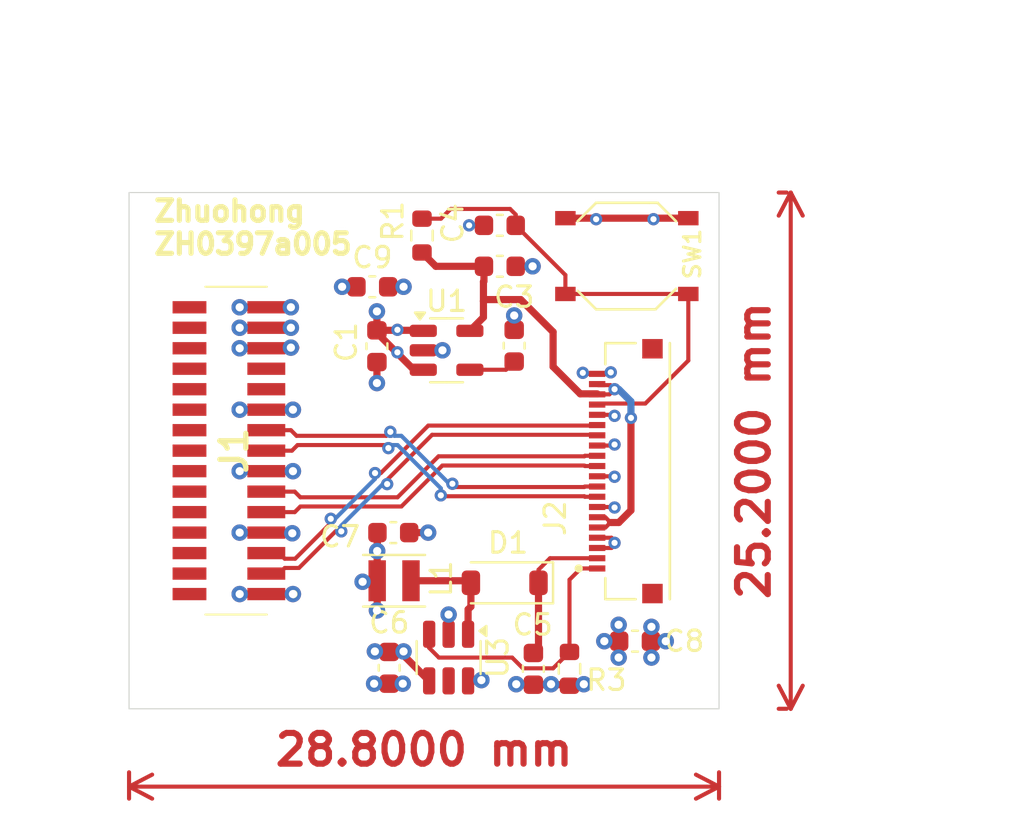
<source format=kicad_pcb>
(kicad_pcb (version 20240108) (generator "pcbnew") (generator_version "8.0")
  (layers (0 "F.Cu" signal) (1 "In1.Cu" signal) (2 "In2.Cu" signal) (31 "B.Cu" signal) (34 "B.Paste" user) (35 "F.Paste" user) (36 "B.SilkS" user "B.Silkscreen") (37 "F.SilkS" user "F.Silkscreen") (38 "B.Mask" user) (39 "F.Mask" user) (44 "Edge.Cuts" user))
  (net 0 "")
  (net 1 "GND")
  (net 2 "+3V3")
  (net 3 "Net-(U1-BP)")
  (net 19 "+2V8")
  (net 20 "D1_P")
  (net 21 "CLK_C_N")
  (net 22 "D1_N")
  (net 23 "CLK_C_P")
  (net 24 "D0_P")
  (net 25 "D0_N")
  (net 26 "RST")
  (net 27 "Net-(D1-A)")
  (net 30 "LEDA")
  (net 31 "LEDK")
  (footprint "Inductor_SMD:L_Changjiang_FNR252010S" (layer "F.Cu") (at 79.2375 68.35)
    (property "Reference" "L1" (at 2.3 -0.1 90) (layer "F.SilkS"))
    (property "Value" "22uH")
    (fp_line (start -1.51 -1.26) (end 1.51 -1.26) (stroke (width 0.12)) (layer "F.SilkS"))
    (fp_line (start -1.51 1.26) (end 1.51 1.26) (stroke (width 0.12)) (layer "F.SilkS"))
    (pad "1" smd rect (at -0.825 0) (size 0.85 2) (layers "F.Cu" "F.Paste" "F.Mask") (net 2 "+3V3"))
    (pad "2" smd rect (at 0.825 0) (size 0.85 2) (layers "F.Cu" "F.Paste" "F.Mask") (net 27 "Net-(D1-A)"))
  )
  (footprint "Resistor_SMD:R_0603_1608Metric" (layer "F.Cu") (at 80.6 51.5 90)
    (property "Reference" "R1" (at 0.7 -1.43 -90) (layer "F.SilkS"))
    (property "Value" "10k" (hide yes))
    (fp_line (start -0.237258 -0.5225) (end 0.237258 -0.5225) (stroke (width 0.12)) (layer "F.SilkS"))
    (fp_line (start -0.237258 0.5225) (end 0.237258 0.5225) (stroke (width 0.12)) (layer "F.SilkS"))
    (pad "1" smd roundrect (at -0.825 0 90) (size 0.8 0.95) (layers "F.Cu" "F.Paste" "F.Mask") (net 19 "+2V8"))
    (pad "2" smd roundrect (at 0.825 0 90) (size 0.8 0.95) (layers "F.Cu" "F.Paste" "F.Mask") (net 26 "RST"))
  )
  (footprint "Capacitor_SMD:C_0603_1608Metric" (layer "F.Cu") (at 85.1 56.875 90)
    (property "Reference" "C3" (at 2.375 0 0) (layer "F.SilkS"))
    (property "Value" "1uF")
    (fp_line (start -0.140581 -0.51) (end 0.140581 -0.51) (stroke (width 0.12)) (layer "F.SilkS"))
    (fp_line (start -0.140581 0.51) (end 0.140581 0.51) (stroke (width 0.12)) (layer "F.SilkS"))
    (pad "1" smd roundrect (at -0.775 0 90) (size 0.9 0.95) (layers "F.Cu" "F.Paste" "F.Mask") (net 3 "Net-(U1-BP)"))
    (pad "2" smd roundrect (at 0.775 0 90) (size 0.9 0.95) (layers "F.Cu" "F.Paste" "F.Mask") (net 1 "GND"))
  )
  (footprint "Capacitor_SMD:C_0603_1608Metric" (layer "F.Cu") (at 79.2 66)
    (property "Reference" "C7" (at -2.6 0.2 0) (layer "F.SilkS"))
    (property "Value" "10nF")
    (fp_line (start -0.14058 -0.51) (end 0.14058 -0.51) (stroke (width 0.12)) (layer "F.SilkS"))
    (fp_line (start -0.14058 0.51) (end 0.14058 0.51) (stroke (width 0.12)) (layer "F.SilkS"))
    (pad "1" smd roundrect (at -0.775 0) (size 0.9 0.95) (layers "F.Cu" "F.Paste" "F.Mask") (net 2 "+3V3"))
    (pad "2" smd roundrect (at 0.775 0) (size 0.9 0.95) (layers "F.Cu" "F.Paste" "F.Mask") (net 1 "GND"))
  )
  (footprint "Capacitor_SMD:C_0603_1608Metric" (layer "F.Cu") (at 78.175 54)
    (property "Reference" "C9" (at 0 -1.43 0) (layer "F.SilkS"))
    (property "Value" "10nF")
    (fp_line (start -0.14058 -0.51) (end 0.14058 -0.51) (stroke (width 0.12)) (layer "F.SilkS"))
    (fp_line (start -0.14058 0.51) (end 0.14058 0.51) (stroke (width 0.12)) (layer "F.SilkS"))
    (pad "1" smd roundrect (at -0.775 0) (size 0.9 0.95) (layers "F.Cu" "F.Paste" "F.Mask") (net 2 "+3V3"))
    (pad "2" smd roundrect (at 0.775 0) (size 0.9 0.95) (layers "F.Cu" "F.Paste" "F.Mask") (net 1 "GND"))
  )
  (footprint "custom:SW4-SMD-5.2X5.2X1.5MM" (layer "F.Cu") (at 90.6 52.5 180)
    (property "Reference" "SW1" (at -3.2 0.1 -90) (layer "F.SilkS") (effects (font (size 0.8 0.8) (thickness 0.15) (bold yes))))
    (property "Value" "SMD-BUTTON_4P-5.2X5.2X1.5MM-SKQGADE010_" (hide yes))
    (fp_line (start 1.5 2.6) (end 2.4 1.7) (stroke (width 0.127)) (layer "F.SilkS"))
    (fp_line (start 1.5 2.6) (end -1.1 2.6) (stroke (width 0.127)) (layer "F.SilkS"))
    (fp_line (start 1.5 -2.6) (end 2.4 -1.7) (stroke (width 0.127)) (layer "F.SilkS"))
    (fp_line (start -1.1 2.6) (end -1.45982 2.6) (stroke (width 0.127)) (layer "F.SilkS"))
    (fp_line (start -1.4 -2.6) (end 1.5 -2.6) (stroke (width 0.127)) (layer "F.SilkS"))
    (fp_line (start -1.4 -2.6) (end -2.4 -1.6) (stroke (width 0.127)) (layer "F.SilkS"))
    (fp_line (start -1.45982 2.6) (end -1.5 2.6) (stroke (width 0.127)) (layer "F.SilkS"))
    (fp_line (start -1.5 2.6) (end -2.4 1.7) (stroke (width 0.127)) (layer "F.SilkS"))
    (pad "1" smd rect (at -3 -1.85 180) (size 1 0.7) (layers "F.Cu" "F.Paste" "F.Mask") (net 26 "RST"))
    (pad "2" smd rect (at 3 -1.85 180) (size 1 0.7) (layers "F.Cu" "F.Paste" "F.Mask") (net 26 "RST"))
    (pad "3" smd rect (at -3 1.85 180) (size 1 0.7) (layers "F.Cu" "F.Paste" "F.Mask") (net 1 "GND"))
    (pad "4" smd rect (at 3 1.85 180) (size 1 0.7) (layers "F.Cu" "F.Paste" "F.Mask") (net 1 "GND"))
  )
  (footprint "Capacitor_SMD:C_0603_1608Metric" (layer "F.Cu") (at 78.4 56.9 -90)
    (property "Reference" "C1" (at -0.2 1.5 -90) (layer "F.SilkS"))
    (property "Value" "1uF")
    (fp_line (start -0.140581 0.51) (end 0.140581 0.51) (stroke (width 0.12)) (layer "F.SilkS"))
    (fp_line (start -0.140581 -0.51) (end 0.140581 -0.51) (stroke (width 0.12)) (layer "F.SilkS"))
    (pad "1" smd roundrect (at -0.775 0 270) (size 0.9 0.95) (layers "F.Cu" "F.Paste" "F.Mask") (net 2 "+3V3"))
    (pad "2" smd roundrect (at 0.775 0 270) (size 0.9 0.95) (layers "F.Cu" "F.Paste" "F.Mask") (net 1 "GND"))
  )
  (footprint "Capacitor_SMD:C_0603_1608Metric" (layer "F.Cu") (at 79 72.6 -90)
    (property "Reference" "C6" (at -2.2 0 180) (layer "F.SilkS"))
    (property "Value" "1uF")
    (fp_line (start -0.140581 0.51) (end 0.140581 0.51) (stroke (width 0.12)) (layer "F.SilkS"))
    (fp_line (start -0.140581 -0.51) (end 0.140581 -0.51) (stroke (width 0.12)) (layer "F.SilkS"))
    (pad "1" smd roundrect (at -0.775 0 270) (size 0.9 0.95) (layers "F.Cu" "F.Paste" "F.Mask") (net 2 "+3V3"))
    (pad "2" smd roundrect (at 0.775 0 270) (size 0.9 0.95) (layers "F.Cu" "F.Paste" "F.Mask") (net 1 "GND"))
  )
  (footprint "custom:117342485" (layer "F.Cu") (at 73.025 62 -90)
    (property "Reference" "J1" (at 0 1.6 -90) (layer "F.SilkS") (effects (font (size 1.27 1.27) (thickness 0.254))))
    (property "Value" "1-1734248-5" (hide yes))
    (fp_line (start -8 0) (end -8 3) (stroke (width 0.1)) (layer "F.SilkS"))
    (fp_line (start 8 0) (end 8 3) (stroke (width 0.1)) (layer "F.SilkS"))
    (fp_line (start 6.9 -1.3) (end 6.9 -1.3) (stroke (width 0.2)) (layer "F.SilkS"))
    (fp_line (start 7.1 -1.3) (end 7.1 -1.3) (stroke (width 0.2)) (layer "F.SilkS"))
    (fp_arc (start 6.9 -1.3) (mid 7 -1.4) (end 7.1 -1.3) (stroke (width 0.2)) (layer "F.SilkS"))
    (fp_arc (start 7.1 -1.3) (mid 7 -1.2) (end 6.9 -1.3) (stroke (width 0.2)) (layer "F.SilkS"))
    (pad "1" smd rect (at 7 0.025 270) (size 0.6 1.85) (layers "F.Cu" "F.Paste" "F.Mask") (net 1 "GND"))
    (pad "2" smd rect (at 6 0.025 270) (size 0.6 1.85) (layers "F.Cu" "F.Paste" "F.Mask") (net 22 "D1_N"))
    (pad "3" smd rect (at 5 0.025 270) (size 0.6 1.85) (layers "F.Cu" "F.Paste" "F.Mask") (net 20 "D1_P"))
    (pad "4" smd rect (at 4 0.025 270) (size 0.6 1.85) (layers "F.Cu" "F.Paste" "F.Mask") (net 1 "GND"))
    (pad "5" smd rect (at 3 0.025 270) (size 0.6 1.85) (layers "F.Cu" "F.Paste" "F.Mask") (net 21 "CLK_C_N"))
    (pad "6" smd rect (at 2 0.025 270) (size 0.6 1.85) (layers "F.Cu" "F.Paste" "F.Mask") (net 23 "CLK_C_P"))
    (pad "7" smd rect (at 1 0.025 270) (size 0.6 1.85) (layers "F.Cu" "F.Paste" "F.Mask") (net 1 "GND"))
    (pad "8" smd rect (at 0 0.025 270) (size 0.6 1.85) (layers "F.Cu" "F.Paste" "F.Mask") (net 25 "D0_N"))
    (pad "9" smd rect (at -1 0.025 270) (size 0.6 1.85) (layers "F.Cu" "F.Paste" "F.Mask") (net 24 "D0_P"))
    (pad "10" smd rect (at -2 0.025 270) (size 0.6 1.85) (layers "F.Cu" "F.Paste" "F.Mask") (net 1 "GND"))
    (pad "11" smd rect (at -3 0.025 270) (size 0.6 1.85) (layers "F.Cu" "F.Paste" "F.Mask"))
    (pad "12" smd rect (at -4 0.025 270) (size 0.6 1.85) (layers "F.Cu" "F.Paste" "F.Mask"))
    (pad "13" smd rect (at -5 0.025 270) (size 0.6 1.85) (layers "F.Cu" "F.Paste" "F.Mask") (net 1 "GND"))
    (pad "14" smd rect (at -6 0.025 270) (size 0.6 1.85) (layers "F.Cu" "F.Paste" "F.Mask") (net 2 "+3V3"))
    (pad "15" smd rect (at -7 0.025 270) (size 0.6 1.85) (layers "F.Cu" "F.Paste" "F.Mask") (net 2 "+3V3"))
    (pad "16" smd rect (at 7 3.775 270) (size 0.6 1.65) (layers "F.Cu" "F.Paste" "F.Mask"))
    (pad "17" smd rect (at 6 3.775 270) (size 0.6 1.65) (layers "F.Cu" "F.Paste" "F.Mask"))
    (pad "18" smd rect (at 5 3.775 270) (size 0.6 1.65) (layers "F.Cu" "F.Paste" "F.Mask"))
    (pad "19" smd rect (at 4 3.775 270) (size 0.6 1.65) (layers "F.Cu" "F.Paste" "F.Mask"))
    (pad "20" smd rect (at 3 3.775 270) (size 0.6 1.65) (layers "F.Cu" "F.Paste" "F.Mask"))
    (pad "21" smd rect (at 2 3.775 270) (size 0.6 1.65) (layers "F.Cu" "F.Paste" "F.Mask"))
    (pad "22" smd rect (at 1 3.775 270) (size 0.6 1.65) (layers "F.Cu" "F.Paste" "F.Mask"))
    (pad "23" smd rect (at 0 3.775 270) (size 0.6 1.65) (layers "F.Cu" "F.Paste" "F.Mask"))
    (pad "24" smd rect (at -1 3.775 270) (size 0.6 1.65) (layers "F.Cu" "F.Paste" "F.Mask"))
    (pad "25" smd rect (at -2 3.775 270) (size 0.6 1.65) (layers "F.Cu" "F.Paste" "F.Mask"))
    (pad "26" smd rect (at -3 3.775 270) (size 0.6 1.65) (layers "F.Cu" "F.Paste" "F.Mask"))
    (pad "27" smd rect (at -4 3.775 270) (size 0.6 1.65) (layers "F.Cu" "F.Paste" "F.Mask"))
    (pad "28" smd rect (at -5 3.775 270) (size 0.6 1.65) (layers "F.Cu" "F.Paste" "F.Mask"))
    (pad "29" smd rect (at -6 3.775 270) (size 0.6 1.65) (layers "F.Cu" "F.Paste" "F.Mask"))
    (pad "30" smd rect (at -7 3.775 270) (size 0.6 1.65) (layers "F.Cu" "F.Paste" "F.Mask"))
  )
  (footprint "Capacitor_SMD:C_0603_1608Metric" (layer "F.Cu") (at 84.4 53)
    (property "Reference" "C2" (hide yes))
    (property "Value" "1uF")
    (fp_line (start -0.14058 -0.51) (end 0.14058 -0.51) (stroke (width 0.12)) (layer "F.SilkS"))
    (fp_line (start -0.14058 0.51) (end 0.14058 0.51) (stroke (width 0.12)) (layer "F.SilkS"))
    (pad "1" smd roundrect (at -0.775 0) (size 0.9 0.95) (layers "F.Cu" "F.Paste" "F.Mask") (net 19 "+2V8"))
    (pad "2" smd roundrect (at 0.775 0) (size 0.9 0.95) (layers "F.Cu" "F.Paste" "F.Mask") (net 1 "GND"))
  )
  (footprint "Capacitor_SMD:C_0603_1608Metric" (layer "F.Cu") (at 91 71.3)
    (property "Reference" "C8" (at 2.4 0 0) (layer "F.SilkS"))
    (property "Value" "10nF")
    (fp_line (start -0.14058 -0.51) (end 0.14058 -0.51) (stroke (width 0.12)) (layer "F.SilkS"))
    (fp_line (start -0.14058 0.51) (end 0.14058 0.51) (stroke (width 0.12)) (layer "F.SilkS"))
    (pad "1" smd roundrect (at -0.775 0) (size 0.9 0.95) (layers "F.Cu" "F.Paste" "F.Mask") (net 2 "+3V3"))
    (pad "2" smd roundrect (at 0.775 0) (size 0.9 0.95) (layers "F.Cu" "F.Paste" "F.Mask") (net 1 "GND"))
  )
  (footprint "Package_TO_SOT_SMD:SOT-23-6" (layer "F.Cu") (at 81.9 72.1 -90)
    (property "Reference" "U3" (at 0 -2.4 90) (layer "F.SilkS"))
    (property "Value" "AP3127B")
    (fp_line (start 0 1.560001) (end -0.8 1.56) (stroke (width 0.12)) (layer "F.SilkS"))
    (fp_line (start 0 1.560001) (end 0.8 1.56) (stroke (width 0.12)) (layer "F.SilkS"))
    (fp_line (start 0 -1.560001) (end -0.8 -1.56) (stroke (width 0.12)) (layer "F.SilkS"))
    (fp_line (start 0 -1.560001) (end 0.8 -1.56) (stroke (width 0.12)) (layer "F.SilkS"))
    (fp_poly (pts (xy -1.3 -1.51) (xy -1.54 -1.84) (xy -1.06 -1.84) (xy -1.3 -1.51)) (stroke (width 0.12)) (fill solid) (layer "F.SilkS"))
    (pad "1" smd roundrect (at -1.1375 -0.949999 270) (size 1.325 0.6) (layers "F.Cu" "F.Paste" "F.Mask") (net 27 "Net-(D1-A)"))
    (pad "2" smd roundrect (at -1.1375 0 270) (size 1.325 0.6) (layers "F.Cu" "F.Paste" "F.Mask") (net 1 "GND"))
    (pad "3" smd roundrect (at -1.1375 0.949999 270) (size 1.325 0.6) (layers "F.Cu" "F.Paste" "F.Mask") (net 31 "LEDK"))
    (pad "4" smd roundrect (at 1.1375 0.949999 270) (size 1.325 0.6) (layers "F.Cu" "F.Paste" "F.Mask") (net 2 "+3V3"))
    (pad "5" smd roundrect (at 1.1375 0 270) (size 1.325 0.6) (layers "F.Cu" "F.Paste" "F.Mask"))
    (pad "6" smd roundrect (at 1.1375 -0.949999 270) (size 1.325 0.6) (layers "F.Cu" "F.Paste" "F.Mask") (net 2 "+3V3"))
  )
  (footprint "Capacitor_SMD:C_0603_1608Metric" (layer "F.Cu") (at 86.0375 72.65 -90)
    (property "Reference" "C5" (at -2.15 0.0375 180) (layer "F.SilkS"))
    (property "Value" "0.22uF")
    (fp_line (start -0.140581 0.51) (end 0.140581 0.51) (stroke (width 0.12)) (layer "F.SilkS"))
    (fp_line (start -0.140581 -0.51) (end 0.140581 -0.51) (stroke (width 0.12)) (layer "F.SilkS"))
    (pad "1" smd roundrect (at -0.775 0 270) (size 0.9 0.95) (layers "F.Cu" "F.Paste" "F.Mask") (net 30 "LEDA"))
    (pad "2" smd roundrect (at 0.775 0 270) (size 0.9 0.95) (layers "F.Cu" "F.Paste" "F.Mask") (net 1 "GND"))
  )
  (footprint "Package_TO_SOT_SMD:SOT-23-5" (layer "F.Cu") (at 81.8 57.1)
    (property "Reference" "U1" (at 0 -2.4 0) (layer "F.SilkS"))
    (property "Value" "RS3236-2.5FY5")
    (fp_line (start 0 -1.560001) (end -0.8 -1.56) (stroke (width 0.12)) (layer "F.SilkS"))
    (fp_line (start 0 -1.560001) (end 0.8 -1.56) (stroke (width 0.12)) (layer "F.SilkS"))
    (fp_line (start 0 1.560001) (end -0.8 1.56) (stroke (width 0.12)) (layer "F.SilkS"))
    (fp_line (start 0 1.560001) (end 0.8 1.56) (stroke (width 0.12)) (layer "F.SilkS"))
    (fp_poly (pts (xy -1.3 -1.51) (xy -1.54 -1.84) (xy -1.06 -1.84) (xy -1.3 -1.51)) (stroke (width 0.12)) (fill solid) (layer "F.SilkS"))
    (pad "1" smd roundrect (at -1.1375 -0.949999) (size 1.325 0.6) (layers "F.Cu" "F.Paste" "F.Mask") (net 2 "+3V3"))
    (pad "2" smd roundrect (at -1.1375 0) (size 1.325 0.6) (layers "F.Cu" "F.Paste" "F.Mask") (net 1 "GND"))
    (pad "3" smd roundrect (at -1.1375 0.949999) (size 1.325 0.6) (layers "F.Cu" "F.Paste" "F.Mask") (net 2 "+3V3"))
    (pad "4" smd roundrect (at 1.1375 0.949999) (size 1.325 0.6) (layers "F.Cu" "F.Paste" "F.Mask") (net 3 "Net-(U1-BP)"))
    (pad "5" smd roundrect (at 1.1375 -0.949999) (size 1.325 0.6) (layers "F.Cu" "F.Paste" "F.Mask") (net 19 "+2V8"))
  )
  (footprint "Resistor_SMD:R_0603_1608Metric" (layer "F.Cu") (at 87.8 72.65 -90)
    (property "Reference" "R3" (at 0.55 -1.8 180) (layer "F.SilkS"))
    (property "Value" "6R2 1%")
    (fp_line (start -0.237258 0.5225) (end 0.237258 0.5225) (stroke (width 0.12)) (layer "F.SilkS"))
    (fp_line (start -0.237258 -0.5225) (end 0.237258 -0.5225) (stroke (width 0.12)) (layer "F.SilkS"))
    (pad "1" smd roundrect (at -0.825 0 270) (size 0.8 0.95) (layers "F.Cu" "F.Paste" "F.Mask") (net 31 "LEDK"))
    (pad "2" smd roundrect (at 0.825 0 270) (size 0.8 0.95) (layers "F.Cu" "F.Paste" "F.Mask") (net 1 "GND"))
  )
  (footprint "Capacitor_SMD:C_0603_1608Metric" (layer "F.Cu") (at 84.4 51 180)
    (property "Reference" "C4" (at 2.3 0.1 -90) (layer "F.SilkS"))
    (property "Value" "1uF")
    (fp_line (start -0.140581 0.51) (end 0.140581 0.51) (stroke (width 0.12)) (layer "F.SilkS"))
    (fp_line (start -0.140581 -0.51) (end 0.140581 -0.51) (stroke (width 0.12)) (layer "F.SilkS"))
    (pad "1" smd roundrect (at -0.775 0 180) (size 0.9 0.95) (layers "F.Cu" "F.Paste" "F.Mask") (net 26 "RST"))
    (pad "2" smd roundrect (at 0.775 0 180) (size 0.9 0.95) (layers "F.Cu" "F.Paste" "F.Mask") (net 1 "GND"))
  )
  (footprint "custom:AMPHENOL_10051922-2010ELF" (layer "F.Cu") (at 91 63 90)
    (property "Reference" "J2" (at -2.3 -3.9 -90) (layer "F.SilkS"))
    (property "Value" "10051922-2010ELF")
    (fp_line (start 6.25 -1.45) (end 6.25 0.03) (stroke (width 0.127)) (layer "F.SilkS"))
    (fp_line (start 5.22 -1.45) (end 6.25 -1.45) (stroke (width 0.127)) (layer "F.SilkS"))
    (fp_line (start -6.25 -1.45) (end -5.22 -1.45) (stroke (width 0.127)) (layer "F.SilkS"))
    (fp_line (start -6.25 0.03) (end -6.25 -1.45) (stroke (width 0.127)) (layer "F.SilkS"))
    (fp_line (start 6.25 1.7) (end -6.25 1.7) (stroke (width 0.127)) (layer "F.SilkS"))
    (fp_circle (center -4.75 -2.75) (end -4.65 -2.75) (stroke (width 0.2)) (fill none) (layer "F.SilkS"))
    (pad "1" smd rect (at -4.75 -1.85 90) (size 0.3 0.8) (layers "F.Cu" "F.Paste") (net 31 "LEDK"))
    (pad "2" smd rect (at -4.25 -1.85 90) (size 0.3 0.8) (layers "F.Cu" "F.Paste") (net 30 "LEDA"))
    (pad "3" smd rect (at -3.75 -1.85 90) (size 0.3 0.8) (layers "F.Cu" "F.Paste") (net 1 "GND"))
    (pad "4" smd rect (at -3.25 -1.85 90) (size 0.3 0.8) (layers "F.Cu" "F.Paste") (net 1 "GND"))
    (pad "5" smd rect (at -2.75 -1.85 90) (size 0.3 0.8) (layers "F.Cu" "F.Paste") (net 19 "+2V8"))
    (pad "6" smd rect (at -2.25 -1.85 90) (size 0.3 0.8) (layers "F.Cu" "F.Paste") (net 19 "+2V8"))
    (pad "7" smd rect (at -1.75 -1.85 90) (size 0.3 0.8) (layers "F.Cu" "F.Paste") (net 1 "GND"))
    (pad "8" smd rect (at -1.25 -1.85 90) (size 0.3 0.8) (layers "F.Cu" "F.Paste") (net 25 "D0_N"))
    (pad "9" smd rect (at -0.75 -1.85 90) (size 0.3 0.8) (layers "F.Cu" "F.Paste") (net 24 "D0_P"))
    (pad "10" smd rect (at -0.25 -1.85 90) (size 0.3 0.8) (layers "F.Cu" "F.Paste") (net 1 "GND"))
    (pad "11" smd rect (at 0.25 -1.85 90) (size 0.3 0.8) (layers "F.Cu" "F.Paste") (net 21 "CLK_C_N"))
    (pad "12" smd rect (at 0.75 -1.85 90) (size 0.3 0.8) (layers "F.Cu" "F.Paste") (net 23 "CLK_C_P"))
    (pad "13" smd rect (at 1.25 -1.85 90) (size 0.3 0.8) (layers "F.Cu" "F.Paste") (net 1 "GND"))
    (pad "14" smd rect (at 1.75 -1.85 90) (size 0.3 0.8) (layers "F.Cu" "F.Paste") (net 22 "D1_N"))
    (pad "15" smd rect (at 2.25 -1.85 90) (size 0.3 0.8) (layers "F.Cu" "F.Paste") (net 20 "D1_P"))
    (pad "16" smd rect (at 2.75 -1.85 90) (size 0.3 0.8) (layers "F.Cu" "F.Paste") (net 1 "GND"))
    (pad "17" smd rect (at 3.25 -1.85 90) (size 0.3 0.8) (layers "F.Cu" "F.Paste") (net 26 "RST"))
    (pad "18" smd rect (at 3.75 -1.85 90) (size 0.3 0.8) (layers "F.Cu" "F.Paste") (net 19 "+2V8"))
    (pad "19" smd rect (at 4.25 -1.85 90) (size 0.3 0.8) (layers "F.Cu" "F.Paste") (net 19 "+2V8"))
    (pad "20" smd rect (at 4.75 -1.85 90) (size 0.3 0.8) (layers "F.Cu" "F.Paste") (net 1 "GND"))
    (pad "SH1" smd rect (at -5.975 0.85 90) (size 0.95 1) (layers "F.Cu" "F.Paste" "F.Mask"))
    (pad "SH2" smd rect (at 5.975 0.85 90) (size 0.95 1) (layers "F.Cu" "F.Paste" "F.Mask"))
  )
  (footprint "Diode_SMD:D_SOD-123" (layer "F.Cu") (at 84.6375 68.45 180)
    (property "Reference" "D1" (at -0.1625 1.95 180) (layer "F.SilkS"))
    (property "Value" "1N5819W")
    (fp_line (start -2.36 1) (end 1.65 1) (stroke (width 0.12)) (layer "F.SilkS"))
    (fp_line (start -2.36 -1) (end 1.65 -1) (stroke (width 0.12)) (layer "F.SilkS"))
    (fp_line (start -2.36 -1) (end -2.36 1) (stroke (width 0.12)) (layer "F.SilkS"))
    (pad "1" smd roundrect (at -1.65 0 180) (size 0.9 1.2) (layers "F.Cu" "F.Paste" "F.Mask") (net 30 "LEDA"))
    (pad "2" smd roundrect (at 1.65 0 180) (size 0.9 1.2) (layers "F.Cu" "F.Paste" "F.Mask") (net 27 "Net-(D1-A)"))
  )
  (gr_line (start 66.3 74.6) (end 66.3 49.4) (stroke (width 0.05)) (layer "Edge.Cuts"))
  (gr_line (start 66.3 49.4) (end 95.1 49.4) (stroke (width 0.05)) (layer "Edge.Cuts"))
  (gr_line (start 95.1 49.4) (end 95.1 74.6) (stroke (width 0.05)) (layer "Edge.Cuts"))
  (gr_line (start 95.1 74.6) (end 66.3 74.6) (stroke (width 0.05)) (layer "Edge.Cuts"))
  (gr_text "Zhuohong\nZH0397a005" (at 67.4 52.5 0) (layer "F.SilkS") (effects (font (size 1 1) (thickness 0.25) (bold yes)) (justify left bottom)))
  (dimension (type aligned) (layer "F.Cu") (pts (xy 98.9 49.4) (xy 98.9 74.6)) (height 0.3) (gr_text "25,2000 mm" (at 96.8 62 90) (layer "F.Cu") (effects (font (size 1.5 1.5) (thickness 0.3)))) (format (prefix "") (suffix "") (units 3) (units_format 1) (precision 4)) (style (thickness 0.2) (arrow_length 1.27) (text_position_mode 0) (extension_height 0.58642) (extension_offset 0.5) keep_text_aligned))
  (dimension (type aligned) (layer "F.Cu") (pts (xy 66.3 77.2) (xy 95.1 77.2)) (height 1.2) (gr_text "28,8000 mm" (at 80.7 76.6 0) (layer "F.Cu") (effects (font (size 1.5 1.5) (thickness 0.3)))) (format (prefix "") (suffix "") (units 3) (units_format 1) (precision 4)) (style (thickness 0.2) (arrow_length 1.27) (text_position_mode 0) (extension_height 0.58642) (extension_offset 0.5) keep_text_aligned))
  (segment (start 79 73.375) (end 79.6625 73.375) (width 0.35) (layer "F.Cu") (net 1))
  (segment (start 80.6625 57.1) (end 81.6 57.1) (width 0.35) (layer "F.Cu") (net 1))
  (segment (start 91.9 50.7) (end 91.85 50.65) (width 0.35) (layer "F.Cu") (net 1))
  (segment (start 73 60) (end 71.7 60) (width 0.35) (layer "F.Cu") (net 1))
  (segment (start 86.9 73.4) (end 86.925 73.425) (width 0.35) (layer "F.Cu") (net 1))
  (segment (start 89.905026 63.25) (end 89.929629 63.274603) (width 0.2) (layer "F.Cu") (net 1))
  (segment (start 89.85 66.25) (end 89.149999 66.25) (width 0.2) (layer "F.Cu") (net 1))
  (segment (start 86.875 73.425) (end 86.9 73.4) (width 0.35) (layer "F.Cu") (net 1))
  (segment (start 91.775 72.075) (end 91.8 72.1) (width 0.35) (layer "F.Cu") (net 1))
  (segment (start 73 69) (end 71.7 69) (width 0.35) (layer "F.Cu") (net 1))
  (segment (start 91.95 50.65) (end 91.9 50.7) (width 0.35) (layer "F.Cu") (net 1))
  (segment (start 79.975 66) (end 80.9 66) (width 0.35) (layer "F.Cu") (net 1))
  (segment (start 88.425 73.475) (end 88.5 73.4) (width 0.35) (layer "F.Cu") (net 1))
  (segment (start 89.15 61.75) (end 90.05 61.75) (width 0.2) (layer "F.Cu") (net 1))
  (segment (start 90.05 61.75) (end 90.1 61.7) (width 0.2) (layer "F.Cu") (net 1))
  (segment (start 74.412682 57) (end 74.442537 56.970145) (width 0.35) (layer "F.Cu") (net 1))
  (segment (start 93.6 50.65) (end 91.95 50.65) (width 0.35) (layer "F.Cu") (net 1))
  (segment (start 87.8 73.475) (end 88.425 73.475) (width 0.35) (layer "F.Cu") (net 1))
  (segment (start 91.775 71.3) (end 91.775 72.075) (width 0.35) (layer "F.Cu") (net 1))
  (segment (start 89.741 58.25) (end 89.815 58.176) (width 0.2) (layer "F.Cu") (net 1))
  (segment (start 91.775 70.625) (end 91.8 70.6) (width 0.35) (layer "F.Cu") (net 1))
  (segment (start 89.85 66.75) (end 89.15 66.75) (width 0.2) (layer "F.Cu") (net 1))
  (segment (start 73 63) (end 74.3 63) (width 0.35) (layer "F.Cu") (net 1))
  (segment (start 78.95 54) (end 79.7 54) (width 0.35) (layer "F.Cu") (net 1))
  (segment (start 88.500001 58.25) (end 88.449999 58.199998) (width 0.2) (layer "F.Cu") (net 1))
  (segment (start 73 66) (end 74.229344 66) (width 0.35) (layer "F.Cu") (net 1))
  (segment (start 81.9 70.9625) (end 81.9 70) (width 0.35) (layer "F.Cu") (net 1))
  (segment (start 74.131833 66.168166) (end 74.268166 66.031833) (width 0.35) (layer "F.Cu") (net 1))
  (segment (start 85.1 56.1) (end 85.1 55.4) (width 0.35) (layer "F.Cu") (net 1))
  (segment (start 89.95 60.25) (end 90 60.3) (width 0.2) (layer "F.Cu") (net 1))
  (segment (start 91.775 71.3) (end 92.5 71.3) (width 0.35) (layer "F.Cu") (net 1))
  (segment (start 78.4 57.675) (end 78.4 58.7) (width 0.35) (layer "F.Cu") (net 1))
  (segment (start 89.15 64.749999) (end 89.905024 64.749999) (width 0.2) (layer "F.Cu") (net 1))
  (segment (start 89.1 50.7) (end 89.05 50.65) (width 0.35) (layer "F.Cu") (net 1))
  (segment (start 73 63) (end 71.7 63) (width 0.35) (layer "F.Cu") (net 1))
  (segment (start 83.625 51) (end 82.9 51) (width 0.2) (layer "F.Cu") (net 1))
  (segment (start 91.775 71.3) (end 91.775 70.625) (width 0.35) (layer "F.Cu") (net 1))
  (segment (start 79 73.375) (end 78.2625 73.375) (width 0.35) (layer "F.Cu") (net 1))
  (segment (start 73 69) (end 74.3 69) (width 0.35) (layer "F.Cu") (net 1))
  (segment (start 73 57) (end 71.6 57) (width 0.35) (layer "F.Cu") (net 1))
  (segment (start 89.05 50.65) (end 87.6 50.65) (width 0.35) (layer "F.Cu") (net 1))
  (segment (start 89.15 58.25) (end 89.741 58.25) (width 0.2) (layer "F.Cu") (net 1))
  (segment (start 86.0375 73.425) (end 85.275 73.425) (width 0.35) (layer "F.Cu") (net 1))
  (segment (start 86.925 73.425) (end 87.75 73.425) (width 0.35) (layer "F.Cu") (net 1))
  (segment (start 73 66) (end 71.7 66) (width 0.35) (layer "F.Cu") (net 1))
  (segment (start 89.15 58.25) (end 88.500001 58.25) (width 0.2) (layer "F.Cu") (net 1))
  (segment (start 89.15 63.25) (end 89.905026 63.25) (width 0.2) (layer "F.Cu") (net 1))
  (segment (start 89.15 60.25) (end 89.95 60.25) (width 0.2) (layer "F.Cu") (net 1))
  (segment (start 73 57) (end 74.412682 57) (width 0.35) (layer "F.Cu") (net 1))
  (segment (start 73 60) (end 74.3 60) (width 0.35) (layer "F.Cu") (net 1))
  (segment (start 86.0375 73.425) (end 86.875 73.425) (width 0.35) (layer "F.Cu") (net 1))
  (segment (start 90.1 66.5) (end 89.85 66.25) (width 0.2) (layer "F.Cu") (net 1))
  (segment (start 89.905024 64.749999) (end 89.929629 64.774604) (width 0.2) (layer "F.Cu") (net 1))
  (segment (start 90.1 66.5) (end 89.85 66.75) (width 0.2) (layer "F.Cu") (net 1))
  (segment (start 85.175 53) (end 86 53) (width 0.35) (layer "F.Cu") (net 1))
  (segment (start 89.15 50.65) (end 89.1 50.7) (width 0.35) (layer "F.Cu") (net 1))
  (segment (start 91.85 50.65) (end 89.15 50.65) (width 0.35) (layer "F.Cu") (net 1))
  (via (at 86 53) (size 0.8) (drill 0.4) (layers "F.Cu" "B.Cu") (net 1))
  (via (at 79.6625 73.375) (size 0.8) (drill 0.4) (layers "F.Cu" "B.Cu") (net 1))
  (via (at 79.7 54) (size 0.8) (drill 0.4) (layers "F.Cu" "B.Cu") (net 1))
  (via (at 89.1 50.7) (size 0.6) (drill 0.3) (layers "F.Cu" "B.Cu") (net 1))
  (via (at 74.3 63) (size 0.8) (drill 0.4) (layers "F.Cu" "B.Cu") (net 1))
  (via (at 71.7 69) (size 0.8) (drill 0.4) (layers "F.Cu" "B.Cu") (net 1))
  (via (at 74.3 69) (size 0.8) (drill 0.4) (layers "F.Cu" "B.Cu") (net 1))
  (via (at 78.4 58.7) (size 0.8) (drill 0.4) (layers "F.Cu" "B.Cu") (net 1))
  (via (at 80.9 66) (size 0.8) (drill 0.4) (layers "F.Cu" "B.Cu") (net 1))
  (via (at 86.9 73.4) (size 0.8) (drill 0.4) (layers "F.Cu" "B.Cu") (net 1))
  (via (at 74.3 60) (size 0.8) (drill 0.4) (layers "F.Cu" "B.Cu") (net 1))
  (via (at 85.1 55.4) (size 0.8) (drill 0.4) (layers "F.Cu" "B.Cu") (net 1))
  (via (at 91.9 50.7) (size 0.6) (drill 0.3) (layers "F.Cu" "B.Cu") (net 1))
  (via (at 91.8 70.6) (size 0.8) (drill 0.4) (layers "F.Cu" "B.Cu") (net 1))
  (via (at 85.2 73.4) (size 0.8) (drill 0.4) (layers "F.Cu" "B.Cu") (net 1))
  (via (at 90 66.5) (size 0.6) (drill 0.3) (layers "F.Cu" "B.Cu") (net 1))
  (via (at 90 60.3) (size 0.6) (drill 0.3) (layers "F.Cu" "B.Cu") (net 1))
  (via (at 81.9 70) (size 0.8) (drill 0.4) (layers "F.Cu" "B.Cu") (net 1))
  (via (at 88.5 73.4) (size 0.8) (drill 0.4) (layers "F.Cu" "B.Cu") (net 1))
  (via (at 78.2625 73.375) (size 0.8) (drill 0.4) (layers "F.Cu" "B.Cu") (net 1))
  (via (at 81.6 57.1) (size 0.8) (drill 0.4) (layers "F.Cu" "B.Cu") (net 1))
  (via (at 74.268166 66.031833) (size 0.8) (drill 0.4) (layers "F.Cu" "B.Cu") (net 1))
  (via (at 74.2 56.970145) (size 0.8) (drill 0.4) (layers "F.Cu" "B.Cu") (net 1))
  (via (at 89.815 58.176) (size 0.6) (drill 0.3) (layers "F.Cu" "B.Cu") (net 1))
  (via (at 92.5 71.3) (size 0.8) (drill 0.4) (layers "F.Cu" "B.Cu") (net 1))
  (via (at 71.7 66) (size 0.8) (drill 0.4) (layers "F.Cu" "B.Cu") (net 1))
  (via (at 71.7 60) (size 0.8) (drill 0.4) (layers "F.Cu" "B.Cu") (net 1))
  (via (at 90 64.774604) (size 0.6) (drill 0.3) (layers "F.Cu" "B.Cu") (net 1))
  (via (at 82.9 51) (size 0.6) (drill 0.3) (layers "F.Cu" "B.Cu") (net 1))
  (via (at 90 63.274603) (size 0.6) (drill 0.3) (layers "F.Cu" "B.Cu") (net 1))
  (via (at 91.8 72.1) (size 0.8) (drill 0.4) (layers "F.Cu" "B.Cu") (net 1))
  (via (at 71.7 63) (size 0.8) (drill 0.4) (layers "F.Cu" "B.Cu") (net 1))
  (via (at 90 61.7) (size 0.6) (drill 0.3) (layers "F.Cu" "B.Cu") (net 1))
  (via (at 88.449999 58.199998) (size 0.6) (drill 0.3) (layers "F.Cu" "B.Cu") (net 1))
  (via (at 71.7 57) (size 0.8) (drill 0.4) (layers "F.Cu" "B.Cu") (net 1))
  (segment (start 79.775 71.825) (end 79.8 71.8) (width 0.35) (layer "F.Cu") (net 2))
  (segment (start 73 55) (end 71.7 55) (width 0.35) (layer "F.Cu") (net 2))
  (segment (start 79.375 56.125) (end 79.4 56.1) (width 0.35) (layer "F.Cu") (net 2))
  (segment (start 78.325 71.825) (end 78.3 71.8) (width 0.35) (layer "F.Cu") (net 2))
  (segment (start 77.4 54) (end 76.7 54) (width 0.35) (layer "F.Cu") (net 2))
  (segment (start 79.425 56.125) (end 80.637499 56.125) (width 0.35) (layer "F.Cu") (net 2))
  (segment (start 78.4125 68.35) (end 78.4125 66.0125) (width 0.35) (layer "F.Cu") (net 2))
  (segment (start 90.225 70.525) (end 90.2 70.5) (width 0.35) (layer "F.Cu") (net 2))
  (segment (start 78.425 66) (end 78.425 66.8875) (width 0.35) (layer "F.Cu") (net 2))
  (segment (start 73 55) (end 74.2 55) (width 0.35) (layer "F.Cu") (net 2))
  (segment (start 90.225 71.3) (end 90.225 72.075) (width 0.35) (layer "F.Cu") (net 2))
  (segment (start 73 56) (end 71.7 56) (width 0.35) (layer "F.Cu") (net 2))
  (segment (start 79 71.825) (end 78.325 71.825) (width 0.35) (layer "F.Cu") (net 2))
  (segment (start 79.4 56.1) (end 79.425 56.125) (width 0.35) (layer "F.Cu") (net 2))
  (segment (start 79.353382 57.2) (end 78.4 56.246618) (width 0.35) (layer "F.Cu") (net 2))
  (segment (start 78.4 56.125) (end 78.4 55.2) (width 0.35) (layer "F.Cu") (net 2))
  (segment (start 79.4 57.2) (end 79.353382 57.2) (width 0.35) (layer "F.Cu") (net 2))
  (segment (start 77.65 68.35) (end 77.6 68.4) (width 0.35) (layer "F.Cu") (net 2))
  (segment (start 83.4625 73.2375) (end 83.5 73.2) (width 0.35) (layer "F.Cu") (net 2))
  (segment (start 78.4 56.125) (end 79.375 56.125) (width 0.35) (layer "F.Cu") (net 2))
  (segment (start 78.4125 68.35) (end 77.65 68.35) (width 0.35) (layer "F.Cu") (net 2))
  (segment (start 73 56) (end 74.2 56) (width 0.35) (layer "F.Cu") (net 2))
  (segment (start 90.225 71.3) (end 89.5 71.3) (width 0.35) (layer "F.Cu") (net 2))
  (segment (start 90.225 72.075) (end 90.2 72.1) (width 0.35) (layer "F.Cu") (net 2))
  (segment (start 79.8 71.8) (end 79.8 72.087499) (width 0.35) (layer "F.Cu") (net 2))
  (segment (start 78.4125 69.7875) (end 78.4 69.8) (width 0.35) (layer "F.Cu") (net 2))
  (segment (start 79 71.825) (end 79.775 71.825) (width 0.35) (layer "F.Cu") (net 2))
  (segment (start 90.225 71.3) (end 90.225 70.525) (width 0.35) (layer "F.Cu") (net 2))
  (segment (start 82.849999 73.2375) (end 83.4625 73.2375) (width 0.35) (layer "F.Cu") (net 2))
  (segment (start 80.203381 58.049999) (end 79.4 57.246618) (width 0.35) (layer "F.Cu") (net 2))
  (segment (start 79.8 72.087499) (end 80.950001 73.2375) (width 0.35) (layer "F.Cu") (net 2))
  (segment (start 78.425 66.8875) (end 78.4125 66.9) (width 0.35) (layer "F.Cu") (net 2))
  (segment (start 78.4125 68.35) (end 78.4125 69.7875) (width 0.35) (layer "F.Cu") (net 2))
  (segment (start 79.4 57.246618) (end 79.4 57.2) (width 0.35) (layer "F.Cu") (net 2))
  (via (at 74.2 56) (size 0.8) (drill 0.4) (layers "F.Cu" "B.Cu") (net 2))
  (via (at 79.7 71.8) (size 0.8) (drill 0.4) (layers "F.Cu" "B.Cu") (net 2))
  (via (at 71.7 56) (size 0.8) (drill 0.4) (layers "F.Cu" "B.Cu") (net 2))
  (via (at 71.7 55) (size 0.8) (drill 0.4) (layers "F.Cu" "B.Cu") (net 2))
  (via (at 90.2 72.1) (size 0.8) (drill 0.4) (layers "F.Cu" "B.Cu") (net 2))
  (via (at 74.2 55) (size 0.8) (drill 0.4) (layers "F.Cu" "B.Cu") (net 2))
  (via (at 78.4 55.2) (size 0.8) (drill 0.4) (layers "F.Cu" "B.Cu") (net 2))
  (via (at 90.2 70.5) (size 0.8) (drill 0.4) (layers "F.Cu" "B.Cu") (net 2))
  (via (at 78.3 71.8) (size 0.8) (drill 0.4) (layers "F.Cu" "B.Cu") (net 2))
  (via (at 83.5 73.2) (size 0.8) (drill 0.4) (layers "F.Cu" "B.Cu") (net 2))
  (via (at 76.7 54) (size 0.8) (drill 0.4) (layers "F.Cu" "B.Cu") (net 2))
  (via (at 79.4 57.2) (size 0.6) (drill 0.3) (layers "F.Cu" "B.Cu") (net 2))
  (via (at 78.4125 66.9) (size 0.8) (drill 0.4) (layers "F.Cu" "B.Cu") (net 2))
  (via (at 89.5 71.3) (size 0.8) (drill 0.4) (layers "F.Cu" "B.Cu") (net 2))
  (via (at 79.4 56.1) (size 0.6) (drill 0.3) (layers "F.Cu" "B.Cu") (net 2))
  (via (at 77.7 68.4) (size 0.8) (drill 0.4) (layers "F.Cu" "B.Cu") (net 2))
  (via (at 78.4 69.8) (size 0.8) (drill 0.4) (layers "F.Cu" "B.Cu") (net 2))
  (segment (start 82.9375 58.049999) (end 84.700001 58.049999) (width 0.2) (layer "F.Cu") (net 3))
  (segment (start 84.700001 58.049999) (end 85.1 57.65) (width 0.2) (layer "F.Cu") (net 3))
  (segment (start 90.8 64.912992) (end 90.206496 65.506496) (width 0.35) (layer "F.Cu") (net 19))
  (segment (start 89.15 59.25) (end 89.75 59.25) (width 0.2) (layer "F.Cu") (net 19))
  (segment (start 85.421016 54.625) (end 87 56.203984) (width 0.35) (layer "F.Cu") (net 19))
  (segment (start 83.625 53.725) (end 83.625 53) (width 0.35) (layer "F.Cu") (net 19))
  (segment (start 89.8 65.506496) (end 89.556496 65.75) (width 0.2) (layer "F.Cu") (net 19))
  (segment (start 90.8 60.4) (end 90.8 64.912992) (width 0.35) (layer "F.Cu") (net 19))
  (segment (start 83.6 53.75) (end 83.625 53.725) (width 0.35) (layer "F.Cu") (net 19))
  (segment (start 89.556496 65.75) (end 89.15 65.75) (width 0.2) (layer "F.Cu") (net 19))
  (segment (start 89.75 59.25) (end 90 59) (width 0.2) (layer "F.Cu") (net 19))
  (segment (start 83.6 55.487501) (end 83.6 54.7) (width 0.35) (layer "F.Cu") (net 19))
  (segment (start 87 57.9) (end 88.325 59.225) (width 0.35) (layer "F.Cu") (net 19))
  (segment (start 83.675 54.625) (end 85.421016 54.625) (width 0.35) (layer "F.Cu") (net 19))
  (segment (start 89.8 58.8) (end 90 59) (width 0.2) (layer "F.Cu") (net 19))
  (segment (start 83.625 53) (end 81.275 53) (width 0.35) (layer "F.Cu") (net 19))
  (segment (start 89.8 65.5) (end 89.8 65.506496) (width 0.2) (layer "F.Cu") (net 19))
  (segment (start 89.151145 65.251145) (end 89.551145 65.251145) (width 0.2) (layer "F.Cu") (net 19))
  (segment (start 88.325 59.225) (end 89.15 59.225) (width 0.35) (layer "F.Cu") (net 19))
  (segment (start 82.9375 56.150001) (end 83.6 55.487501) (width 0.35) (layer "F.Cu") (net 19))
  (segment (start 89.2 58.8) (end 89.8 58.8) (width 0.2) (layer "F.Cu") (net 19))
  (segment (start 81.275 53) (end 80.6 52.325) (width 0.35) (layer "F.Cu") (net 19))
  (segment (start 83.6 54.7) (end 83.6 53.75) (width 0.35) (layer "F.Cu") (net 19))
  (segment (start 83.6 54.7) (end 83.675 54.625) (width 0.35) (layer "F.Cu") (net 19))
  (segment (start 87 56.203984) (end 87 57.9) (width 0.35) (layer "F.Cu") (net 19))
  (segment (start 90.206496 65.506496) (end 89.8 65.506496) (width 0.35) (layer "F.Cu") (net 19))
  (segment (start 89.551145 65.251145) (end 89.8 65.5) (width 0.2) (layer "F.Cu") (net 19))
  (via (at 90.8 60.4) (size 0.6) (drill 0.3) (layers "F.Cu" "B.Cu") (net 19))
  (via (at 90 59) (size 0.6) (drill 0.3) (layers "F.Cu" "B.Cu") (net 19))
  (segment (start 90.8 60.4) (end 90.8 59.6) (width 0.35) (layer "B.Cu") (net 19))
  (segment (start 90.8 59.6) (end 90.2 59) (width 0.35) (layer "B.Cu") (net 19))
  (segment (start 78.588579 63.093222) (end 80.9068 60.775001) (width 0.2) (layer "F.Cu") (net 20))
  (segment (start 73.9 67.275) (end 73.625 67) (width 0.2) (layer "F.Cu") (net 20))
  (segment (start 80.9068 60.775001) (end 89.124999 60.775001) (width 0.2) (layer "F.Cu") (net 20))
  (segment (start 74.406801 67.275) (end 73.9 67.275) (width 0.2) (layer "F.Cu") (net 20))
  (segment (start 78.307046 63.093222) (end 78.588579 63.093222) (width 0.2) (layer "F.Cu") (net 20))
  (segment (start 76.145985 65.535816) (end 74.406801 67.275) (width 0.2) (layer "F.Cu") (net 20))
  (segment (start 76.145985 65.325) (end 76.145985 65.535816) (width 0.2) (layer "F.Cu") (net 20))
  (via (at 76.145985 65.325) (size 0.6) (drill 0.3) (layers "F.Cu" "B.Cu") (net 20))
  (via (at 78.307046 63.093222) (size 0.6) (drill 0.3) (layers "F.Cu" "B.Cu") (net 20))
  (segment (start 78.307046 63.374755) (end 76.356801 65.325) (width 0.2) (layer "B.Cu") (net 20))
  (segment (start 76.356801 65.325) (end 76.145985 65.325) (width 0.2) (layer "B.Cu") (net 20))
  (segment (start 78.307046 63.093222) (end 78.307046 63.374755) (width 0.2) (layer "B.Cu") (net 20))
  (segment (start 88.549999 62.75) (end 89.15 62.75) (width 0.2) (layer "F.Cu") (net 21))
  (segment (start 81.593201 62.724999) (end 88.524998 62.724999) (width 0.2) (layer "F.Cu") (net 21))
  (segment (start 88.524998 62.724999) (end 88.549999 62.75) (width 0.2) (layer "F.Cu") (net 21))
  (segment (start 74.662501 64.725) (end 79.5932 64.725) (width 0.2) (layer "F.Cu") (net 21))
  (segment (start 73 65) (end 74.387501 65) (width 0.2) (layer "F.Cu") (net 21))
  (segment (start 79.5932 64.725) (end 81.593201 62.724999) (width 0.2) (layer "F.Cu") (net 21))
  (segment (start 74.387501 65) (end 74.662501 64.725) (width 0.2) (layer "F.Cu") (net 21))
  (segment (start 78.899354 63.418845) (end 81.093198 61.225001) (width 0.2) (layer "F.Cu") (net 22))
  (segment (start 78.899354 63.630973) (end 78.899354 63.418845) (width 0.2) (layer "F.Cu") (net 22))
  (segment (start 76.380233 65.937966) (end 74.593199 67.725) (width 0.2) (layer "F.Cu") (net 22))
  (segment (start 81.093198 61.225001) (end 89.125 61.225001) (width 0.2) (layer "F.Cu") (net 22))
  (segment (start 74.593199 67.725) (end 73.9 67.725) (width 0.2) (layer "F.Cu") (net 22))
  (segment (start 73.9 67.725) (end 73.625 68) (width 0.2) (layer "F.Cu") (net 22))
  (segment (start 76.660063 65.937966) (end 76.380233 65.937966) (width 0.2) (layer "F.Cu") (net 22))
  (via (at 78.899354 63.630973) (size 0.6) (drill 0.3) (layers "F.Cu" "B.Cu") (net 22))
  (via (at 76.660063 65.937966) (size 0.6) (drill 0.3) (layers "F.Cu" "B.Cu") (net 22))
  (segment (start 78.687226 63.630973) (end 76.660063 65.658136) (width 0.2) (layer "B.Cu") (net 22))
  (segment (start 78.899354 63.630973) (end 78.687226 63.630973) (width 0.2) (layer "B.Cu") (net 22))
  (segment (start 76.660063 65.658136) (end 76.660063 65.937966) (width 0.2) (layer "B.Cu") (net 22))
  (segment (start 73 64) (end 74.387501 64) (width 0.2) (layer "F.Cu") (net 23))
  (segment (start 74.387501 64) (end 74.662501 64.275) (width 0.2) (layer "F.Cu") (net 23))
  (segment (start 79.4068 64.275) (end 81.4068 62.275) (width 0.2) (layer "F.Cu") (net 23))
  (segment (start 88.524998 62.275) (end 88.549999 62.249999) (width 0.2) (layer "F.Cu") (net 23))
  (segment (start 88.549999 62.249999) (end 89.15 62.249999) (width 0.2) (layer "F.Cu") (net 23))
  (segment (start 74.662501 64.275) (end 79.4068 64.275) (width 0.2) (layer "F.Cu") (net 23))
  (segment (start 81.4068 62.275) (end 88.524998 62.275) (width 0.2) (layer "F.Cu") (net 23))
  (segment (start 82.083306 63.614827) (end 82.083306 63.683306) (width 0.2) (layer "F.Cu") (net 24))
  (segment (start 88.549999 63.750001) (end 89.15 63.750001) (width 0.2) (layer "F.Cu") (net 24))
  (segment (start 79.054499 61.079976) (end 78.859476 61.274999) (width 0.2) (layer "F.Cu") (net 24))
  (segment (start 74.2 61) (end 73 61) (width 0.2) (layer "F.Cu") (net 24))
  (segment (start 82.175001 63.775001) (end 88.524999 63.775001) (width 0.2) (layer "F.Cu") (net 24))
  (segment (start 74.474999 61.274999) (end 74.2 61) (width 0.2) (layer "F.Cu") (net 24))
  (segment (start 78.859476 61.274999) (end 74.474999 61.274999) (width 0.2) (layer "F.Cu") (net 24))
  (segment (start 88.524999 63.775001) (end 88.549999 63.750001) (width 0.2) (layer "F.Cu") (net 24))
  (segment (start 82.083306 63.683306) (end 82.175001 63.775001) (width 0.2) (layer "F.Cu") (net 24))
  (via (at 79.054499 61.079976) (size 0.6) (drill 0.3) (layers "F.Cu" "B.Cu") (net 24))
  (via (at 82.083306 63.614827) (size 0.6) (drill 0.3) (layers "F.Cu" "B.Cu") (net 24))
  (segment (start 79.249522 61.274999) (end 79.054499 61.079976) (width 0.2) (layer "B.Cu") (net 24))
  (segment (start 81.933026 63.614827) (end 79.593198 61.274999) (width 0.2) (layer "B.Cu") (net 24))
  (segment (start 79.593198 61.274999) (end 79.249522 61.274999) (width 0.2) (layer "B.Cu") (net 24))
  (segment (start 82.083306 63.614827) (end 81.933026 63.614827) (width 0.2) (layer "B.Cu") (net 24))
  (segment (start 88.549999 64.25) (end 89.15 64.25) (width 0.2) (layer "F.Cu") (net 25))
  (segment (start 74.524999 61.725001) (end 74.25 62) (width 0.2) (layer "F.Cu") (net 25))
  (segment (start 78.809752 61.725001) (end 74.524999 61.725001) (width 0.2) (layer "F.Cu") (net 25))
  (segment (start 74.25 62) (end 73 62) (width 0.2) (layer "F.Cu") (net 25))
  (segment (start 81.562106 64.225) (end 88.524999 64.225) (width 0.2) (layer "F.Cu") (net 25))
  (segment (start 78.959011 61.87426) (end 78.809752 61.725001) (width 0.2) (layer "F.Cu") (net 25))
  (segment (start 88.524999 64.225) (end 88.549999 64.25) (width 0.2) (layer "F.Cu") (net 25))
  (segment (start 81.518677 64.181571) (end 81.562106 64.225) (width 0.2) (layer "F.Cu") (net 25))
  (via (at 78.959011 61.87426) (size 0.6) (drill 0.3) (layers "F.Cu" "B.Cu") (net 25))
  (via (at 81.518677 64.181571) (size 0.6) (drill 0.3) (layers "F.Cu" "B.Cu") (net 25))
  (segment (start 79.406802 61.725001) (end 79.10827 61.725001) (width 0.2) (layer "B.Cu") (net 25))
  (segment (start 81.518677 63.836876) (end 79.406802 61.725001) (width 0.2) (layer "B.Cu") (net 25))
  (segment (start 79.10827 61.725001) (end 78.959011 61.87426) (width 0.2) (layer "B.Cu") (net 25))
  (segment (start 81.518677 64.181571) (end 81.518677 63.836876) (width 0.2) (layer "B.Cu") (net 25))
  (segment (start 85.175 51) (end 87.6 53.425) (width 0.2) (layer "F.Cu") (net 26))
  (segment (start 87.6 53.425) (end 87.6 54.35) (width 0.2) (layer "F.Cu") (net 26))
  (segment (start 81.525 50.675) (end 82 50.2) (width 0.2) (layer "F.Cu") (net 26))
  (segment (start 93.6 54.35) (end 93.6 57.6) (width 0.2) (layer "F.Cu") (net 26))
  (segment (start 91.5 59.7) (end 89.199999 59.7) (width 0.2) (layer "F.Cu") (net 26))
  (segment (start 87.6 54.35) (end 93.6 54.35) (width 0.2) (layer "F.Cu") (net 26))
  (segment (start 85.175 50.475) (end 85.175 51) (width 0.2) (layer "F.Cu") (net 26))
  (segment (start 80.6 50.675) (end 81.525 50.675) (width 0.2) (layer "F.Cu") (net 26))
  (segment (start 93.6 57.6) (end 91.5 59.7) (width 0.2) (layer "F.Cu") (net 26))
  (segment (start 82 50.2) (end 84.9 50.2) (width 0.2) (layer "F.Cu") (net 26))
  (segment (start 84.9 50.2) (end 85.175 50.475) (width 0.2) (layer "F.Cu") (net 26))
  (segment (start 80.0625 68.35) (end 82.8875 68.35) (width 0.35) (layer "F.Cu") (net 27))
  (segment (start 82.9875 68.45) (end 82.9875 69.6125) (width 0.35) (layer "F.Cu") (net 27))
  (segment (start 82.849999 69.750001) (end 82.849999 70.9625) (width 0.35) (layer "F.Cu") (net 27))
  (segment (start 82.9875 69.6125) (end 82.849999 69.750001) (width 0.35) (layer "F.Cu") (net 27))
  (segment (start 86.85 67.25) (end 89.15 67.25) (width 0.2) (layer "F.Cu") (net 30))
  (segment (start 86.2875 68.45) (end 86.2875 67.8125) (width 0.2) (layer "F.Cu") (net 30))
  (segment (start 86.2875 71.625) (end 86.2875 68.45) (width 0.35) (layer "F.Cu") (net 30))
  (segment (start 86.2875 67.8125) (end 86.85 67.25) (width 0.2) (layer "F.Cu") (net 30))
  (segment (start 85 72.1) (end 85.525 72.625) (width 0.2) (layer "F.Cu") (net 31))
  (segment (start 80.950001 71.624999) (end 81.425002 72.1) (width 0.2) (layer "F.Cu") (net 31))
  (segment (start 87 72.625) (end 87.8 71.825) (width 0.2) (layer "F.Cu") (net 31))
  (segment (start 87.8 71.825) (end 87.8 68.3) (width 0.2) (layer "F.Cu") (net 31))
  (segment (start 87.8 68.3) (end 88.35 67.75) (width 0.2) (layer "F.Cu") (net 31))
  (segment (start 80.950001 70.9625) (end 80.950001 71.624999) (width 0.2) (layer "F.Cu") (net 31))
  (segment (start 88.35 67.75) (end 89.15 67.75) (width 0.2) (layer "F.Cu") (net 31))
  (segment (start 81.425002 72.1) (end 85 72.1) (width 0.2) (layer "F.Cu") (net 31))
  (segment (start 85.525 72.625) (end 87 72.625) (width 0.2) (layer "F.Cu") (net 31))
)
</source>
